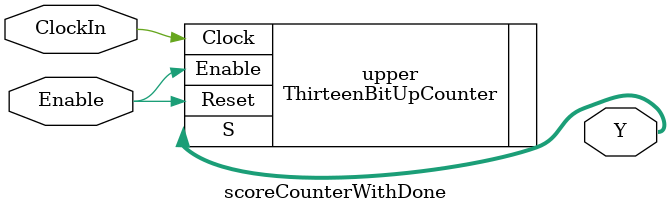
<source format=v>

`ifndef scoreCounterWithDone
  `define scoreCounterWithDone

`include "counter/ThirteenBitUpCounter.v"
module scoreCounterWithDone(Enable, ClockIn, Y);
  input Enable;
  input ClockIn;

  output [12:0] Y;

  ThirteenBitUpCounter upper (.Enable(Enable), .Clock(ClockIn), .S(Y), .Reset(Enable));
endmodule

`endif

</source>
